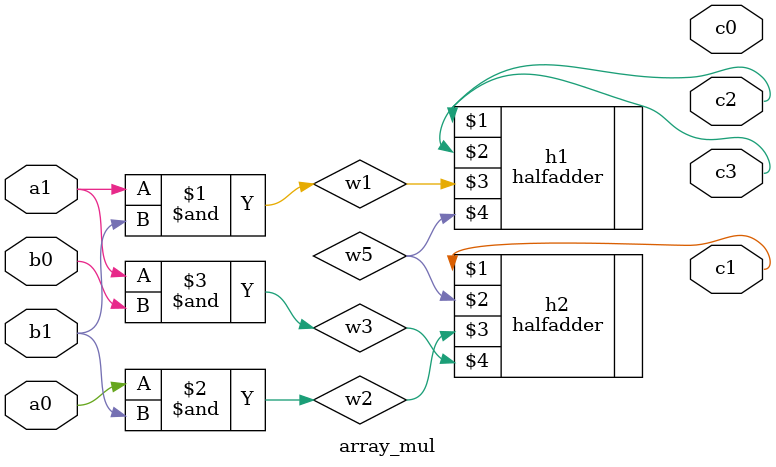
<source format=v>
module array_mul(c3,c2,c1,c0,a0,a1,b0,b1);
input a0,a1,b0,b1;
output c3,c2,c1,c0;
wire w1,w2,w3,w4,w5;
and a1(w1,a1,b1);
and a2(w2,a0,b1);
and a3(w3,a1,b0);
and a4(w4,a0,b0);
halfadder h1(c2,c3,w1,w5);
halfadder h2(c1,w5,w2,w3);
endmodule
 
</source>
